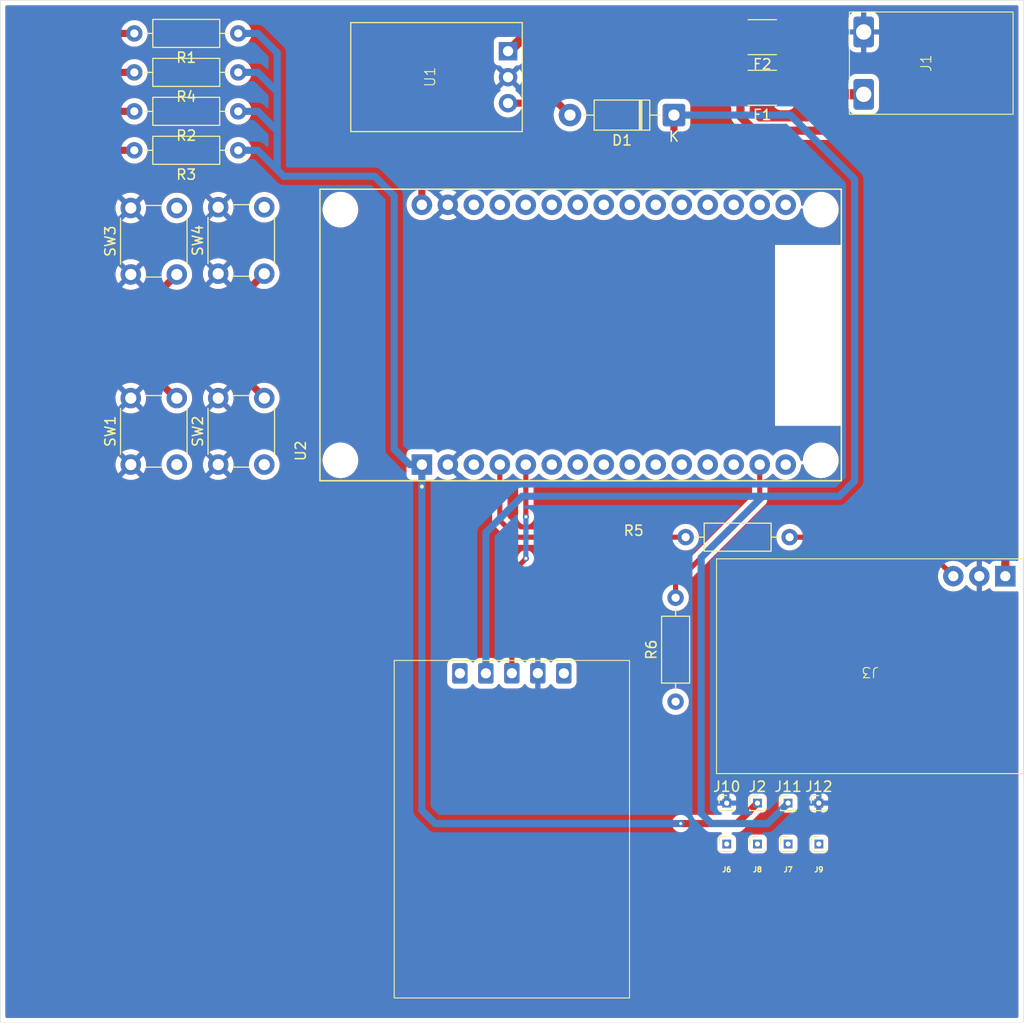
<source format=kicad_pcb>
(kicad_pcb (version 20241229) (generator "pcbnew") (generator_version "9.0")
  (layers (0 "F.Cu" signal) (2 "B.Cu" signal) (13 "F.Paste" user) (15 "B.Paste" user) (5 "F.SilkS" user "F.Silkscreen") (7 "B.SilkS" user "B.Silkscreen") (1 "F.Mask" user) (3 "B.Mask" user) (25 "Edge.Cuts" user))
  (net 0 "")
  (net 1 "GND")
  (net 2 "Net-(J7-Pin_1)")
  (net 3 "Net-(J8-Pin_1)")
  (net 4 "/5V")
  (net 5 "Net-(U2-D22)")
  (net 22 "/9V")
  (net 23 "/3V3")
  (net 24 "/SHDN")
  (net 25 "Net-(J9-Pin_1)")
  (net 26 "Net-(J6-Pin_1)")
  (net 28 "Net-(J13-Pin_3)")
  (footprint "Connector_PinHeader_1.00mm:PinHeader_1x01_P1.00mm_Vertical" (layer "F.Cu") (at 258 117.5)
    (property "Reference" "J9" (at 0 2.5 0) (layer "F.SilkS") (effects (font (size 0.5 0.5) (thickness 0.125))))
    (property "Value" "STRL")
    (fp_line (start -0.745 -0.735) (end 0 -0.735) (stroke (width 0.12)) (layer "F.SilkS"))
    (fp_line (start -0.745 0) (end -0.745 -0.735) (stroke (width 0.12)) (layer "F.SilkS"))
    (fp_line (start -0.745 0.735) (end -0.745 0.61) (stroke (width 0.12)) (layer "F.SilkS"))
    (fp_line (start -0.745 0.735) (end -0.685565 0.735) (stroke (width 0.12)) (layer "F.SilkS"))
    (fp_line (start -0.745 0.735) (end 0.745 0.735) (stroke (width 0.12)) (layer "F.SilkS"))
    (fp_line (start 0.685565 0.735) (end 0.745 0.735) (stroke (width 0.12)) (layer "F.SilkS"))
    (fp_line (start 0.745 0.735) (end 0.745 0.61) (stroke (width 0.12)) (layer "F.SilkS"))
    (pad "1" thru_hole rect (at 0 0) (size 0.85 0.85) (drill 0.5) (layers "*.Cu" "*.Mask") (net 25 "Net-(J9-Pin_1)"))
  )
  (footprint "Resistor_THT:R_Axial_DIN0207_L6.3mm_D2.5mm_P10.16mm_Horizontal" (layer "F.Cu") (at 244 103.58 90)
    (property "Reference" "R6" (at 5.08 -2.37 90) (layer "F.SilkS"))
    (property "Value" "4.7k")
    (fp_line (start 9.12 0) (end 8.35 0) (stroke (width 0.12)) (layer "F.SilkS"))
    (fp_line (start 1.04 0) (end 1.81 0) (stroke (width 0.12)) (layer "F.SilkS"))
    (fp_rect (start 1.81 -1.37) (end 8.35 1.37) (stroke (width 0.12)) (fill no) (layer "F.SilkS"))
    (pad "1" thru_hole circle (at 0 0 90) (size 1.6 1.6) (drill 0.8) (layers "*.Cu" "*.Mask") (net 26 "Net-(J6-Pin_1)"))
    (pad "2" thru_hole circle (at 10.16 0 90) (size 1.6 1.6) (drill 0.8) (layers "*.Cu" "*.Mask") (net 5 "Net-(U2-D22)"))
  )
  (footprint "Button_Switch_THT:SW_PUSH_6mm_H4.3mm" (layer "F.Cu") (at 199.305 80.4025 90)
    (property "Reference" "SW2" (at 3.25 -2 90) (layer "F.SilkS"))
    (property "Value" "SWITCH")
    (fp_line (start 5.5 -1) (end 1 -1) (stroke (width 0.12)) (layer "F.SilkS"))
    (fp_line (start -0.25 1.5) (end -0.25 3) (stroke (width 0.12)) (layer "F.SilkS"))
    (fp_line (start 6.75 3) (end 6.75 1.5) (stroke (width 0.12)) (layer "F.SilkS"))
    (fp_line (start 1 5.5) (end 5.5 5.5) (stroke (width 0.12)) (layer "F.SilkS"))
    (pad "1" thru_hole circle (at 0 0 180) (size 2 2) (drill 1.1) (layers "*.Cu" "*.Mask") (net 1 "GND"))
    (pad "1" thru_hole circle (at 6.5 0 180) (size 2 2) (drill 1.1) (layers "*.Cu" "*.Mask") (net 1 "GND"))
    (pad "2" thru_hole circle (at 0 4.5 180) (size 2 2) (drill 1.1) (layers "*.Cu" "*.Mask") (net 23 "/3V3"))
    (pad "2" thru_hole circle (at 6.5 4.5 180) (size 2 2) (drill 1.1) (layers "*.Cu" "*.Mask") (net 23 "/3V3"))
  )
  (footprint "Resistor_THT:R_Axial_DIN0207_L6.3mm_D2.5mm_P10.16mm_Horizontal" (layer "F.Cu") (at 201.26 49.6725 180)
    (property "Reference" "R3" (at 5.08 -2.37 0) (layer "F.SilkS"))
    (property "Value" "10k")
    (fp_line (start 9.12 0) (end 8.35 0) (stroke (width 0.12)) (layer "F.SilkS"))
    (fp_line (start 1.04 0) (end 1.81 0) (stroke (width 0.12)) (layer "F.SilkS"))
    (fp_rect (start 1.81 -1.37) (end 8.35 1.37) (stroke (width 0.12)) (fill no) (layer "F.SilkS"))
    (pad "1" thru_hole circle (at 0 0 180) (size 1.6 1.6) (drill 0.8) (layers "*.Cu" "*.Mask") (net 23 "/3V3"))
    (pad "2" thru_hole circle (at 10.16 0 180) (size 1.6 1.6) (drill 0.8) (layers "*.Cu" "*.Mask") (net 23 "/3V3"))
  )
  (footprint "Connector_PinHeader_1.00mm:PinHeader_1x01_P1.00mm_Vertical" (layer "F.Cu") (at 255 117.5)
    (property "Reference" "J7" (at 0 2.5 0) (layer "F.SilkS") (effects (font (size 0.5 0.5) (thickness 0.125))))
    (property "Value" "DATA")
    (fp_line (start -0.745 -0.735) (end 0 -0.735) (stroke (width 0.12)) (layer "F.SilkS"))
    (fp_line (start -0.745 0) (end -0.745 -0.735) (stroke (width 0.12)) (layer "F.SilkS"))
    (fp_line (start -0.745 0.735) (end -0.745 0.61) (stroke (width 0.12)) (layer "F.SilkS"))
    (fp_line (start -0.745 0.735) (end -0.685565 0.735) (stroke (width 0.12)) (layer "F.SilkS"))
    (fp_line (start -0.745 0.735) (end 0.745 0.735) (stroke (width 0.12)) (layer "F.SilkS"))
    (fp_line (start 0.685565 0.735) (end 0.745 0.735) (stroke (width 0.12)) (layer "F.SilkS"))
    (fp_line (start 0.745 0.735) (end 0.745 0.61) (stroke (width 0.12)) (layer "F.SilkS"))
    (pad "1" thru_hole rect (at 0 0) (size 0.85 0.85) (drill 0.5) (layers "*.Cu" "*.Mask") (net 2 "Net-(J7-Pin_1)"))
  )
  (footprint "Button_Switch_THT:SW_PUSH_6mm_H4.3mm" (layer "F.Cu") (at 190.755 80.4025 90)
    (property "Reference" "SW1" (at 3.25 -2 90) (layer "F.SilkS"))
    (property "Value" "RESET")
    (fp_line (start 5.5 -1) (end 1 -1) (stroke (width 0.12)) (layer "F.SilkS"))
    (fp_line (start -0.25 1.5) (end -0.25 3) (stroke (width 0.12)) (layer "F.SilkS"))
    (fp_line (start 6.75 3) (end 6.75 1.5) (stroke (width 0.12)) (layer "F.SilkS"))
    (fp_line (start 1 5.5) (end 5.5 5.5) (stroke (width 0.12)) (layer "F.SilkS"))
    (pad "1" thru_hole circle (at 0 0 180) (size 2 2) (drill 1.1) (layers "*.Cu" "*.Mask") (net 1 "GND"))
    (pad "1" thru_hole circle (at 6.5 0 180) (size 2 2) (drill 1.1) (layers "*.Cu" "*.Mask") (net 1 "GND"))
    (pad "2" thru_hole circle (at 0 4.5 180) (size 2 2) (drill 1.1) (layers "*.Cu" "*.Mask") (net 23 "/3V3"))
    (pad "2" thru_hole circle (at 6.5 4.5 180) (size 2 2) (drill 1.1) (layers "*.Cu" "*.Mask") (net 23 "/3V3"))
  )
  (footprint "LOGIC-74HC595N_DIP16_:MAX1771" (layer "F.Cu") (at 263.017 100.203 180)
    (property "Reference" "J3" (at 0 -0.5 180) (layer "F.SilkS") (effects (font (thickness 0.1))))
    (property "Value" "MAX1771 module")
    (fp_rect (start -14.986 -10.414) (end 15.014 10.586) (stroke (width 0.1)) (fill no) (layer "F.SilkS"))
    (pad "GND" thru_hole roundrect (at -10.668 8.89 270) (size 2 2) (drill 1) (layers "*.Cu" "*.Mask") (roundrect_rratio 0.5) (net 1 "GND"))
    (pad "SHDN" thru_hole roundrect (at -8.128 8.89 270) (size 2 2) (drill 1) (layers "*.Cu" "*.Mask") (roundrect_rratio 0.5) (net 24 "/SHDN"))
    (pad "VIN" thru_hole rect (at -13.208 8.89 270) (size 2 2) (drill 1) (layers "*.Cu" "*.Mask") (net 22 "/9V"))
  )
  (footprint "Diode_THT:D_DO-41_SOD81_P10.16mm_Horizontal" (layer "F.Cu") (at 243.84 46.228 180)
    (property "Reference" "D1" (at 5.08 -2.47 0) (layer "F.SilkS"))
    (property "Value" "1N5817")
    (fp_line (start 8.82 0) (end 7.8 0) (stroke (width 0.12)) (layer "F.SilkS"))
    (fp_line (start 3.38 -1.47) (end 3.38 1.47) (stroke (width 0.12)) (layer "F.SilkS"))
    (fp_line (start 3.26 -1.47) (end 3.26 1.47) (stroke (width 0.12)) (layer "F.SilkS"))
    (fp_line (start 3.14 -1.47) (end 3.14 1.47) (stroke (width 0.12)) (layer "F.SilkS"))
    (fp_line (start 1.34 0) (end 2.36 0) (stroke (width 0.12)) (layer "F.SilkS"))
    (fp_rect (start 2.36 -1.47) (end 7.8 1.47) (stroke (width 0.12)) (fill no) (layer "F.SilkS"))
    (fp_text user "K" (at 0 -2.1 0) (layer "F.SilkS"))
    (pad "1" thru_hole roundrect (at 0 0 180) (size 2.2 2.2) (drill 1.1) (layers "*.Cu" "*.Mask") (roundrect_rratio 0.113636) (net 4 "/5V"))
    (pad "2" thru_hole circle (at 10.16 0 180) (size 2.2 2.2) (drill 1.1) (layers "*.Cu" "*.Mask") (net 4 "/5V"))
  )
  (footprint "Connector_PinHeader_1.00mm:PinHeader_1x01_P1.00mm_Vertical" (layer "F.Cu") (at 252 117.5)
    (property "Reference" "J8" (at 0 2.5 0) (layer "F.SilkS") (effects (font (size 0.5 0.5) (thickness 0.125))))
    (property "Value" "LATCH")
    (fp_line (start -0.745 -0.735) (end 0 -0.735) (stroke (width 0.12)) (layer "F.SilkS"))
    (fp_line (start -0.745 0) (end -0.745 -0.735) (stroke (width 0.12)) (layer "F.SilkS"))
    (fp_line (start -0.745 0.735) (end -0.745 0.61) (stroke (width 0.12)) (layer "F.SilkS"))
    (fp_line (start -0.745 0.735) (end -0.685565 0.735) (stroke (width 0.12)) (layer "F.SilkS"))
    (fp_line (start -0.745 0.735) (end 0.745 0.735) (stroke (width 0.12)) (layer "F.SilkS"))
    (fp_line (start 0.685565 0.735) (end 0.745 0.735) (stroke (width 0.12)) (layer "F.SilkS"))
    (fp_line (start 0.745 0.735) (end 0.745 0.61) (stroke (width 0.12)) (layer "F.SilkS"))
    (pad "1" thru_hole rect (at 0 0) (size 0.85 0.85) (drill 0.5) (layers "*.Cu" "*.Mask") (net 3 "Net-(J8-Pin_1)"))
  )
  (footprint "Fuse:Fuse_1812_4532Metric" (layer "F.Cu") (at 252.476 43.558 180)
    (property "Reference" "F1" (at 0 -2.65 0) (layer "F.SilkS"))
    (property "Value" "Fuse")
    (fp_line (start -1.386252 1.71) (end 1.386252 1.71) (stroke (width 0.12)) (layer "F.SilkS"))
    (fp_line (start -1.386252 -1.71) (end 1.386252 -1.71) (stroke (width 0.12)) (layer "F.SilkS"))
    (pad "1" smd roundrect (at -2.1375 0 180) (size 1.125 3.4) (layers "F.Cu" "F.Mask" "F.Paste") (roundrect_rratio 0.222222) (net 22 "/9V"))
    (pad "2" smd roundrect (at 2.1375 0 180) (size 1.125 3.4) (layers "F.Cu" "F.Mask" "F.Paste") (roundrect_rratio 0.222222) (net 22 "/9V"))
  )
  (footprint "Connector_PinHeader_1.00mm:PinHeader_1x01_P1.00mm_Vertical" (layer "F.Cu") (at 258 113.5)
    (property "Reference" "J12" (at 0 -1.61 0) (layer "F.SilkS"))
    (property "Value" "GND")
    (fp_line (start -0.745 -0.735) (end 0 -0.735) (stroke (width 0.12)) (layer "F.SilkS"))
    (fp_line (start -0.745 0) (end -0.745 -0.735) (stroke (width 0.12)) (layer "F.SilkS"))
    (fp_line (start -0.745 0.735) (end -0.745 0.61) (stroke (width 0.12)) (layer "F.SilkS"))
    (fp_line (start -0.745 0.735) (end -0.685565 0.735) (stroke (width 0.12)) (layer "F.SilkS"))
    (fp_line (start -0.745 0.735) (end 0.745 0.735) (stroke (width 0.12)) (layer "F.SilkS"))
    (fp_line (start 0.685565 0.735) (end 0.745 0.735) (stroke (width 0.12)) (layer "F.SilkS"))
    (fp_line (start 0.745 0.735) (end 0.745 0.61) (stroke (width 0.12)) (layer "F.SilkS"))
    (pad "1" thru_hole rect (at 0 0) (size 0.85 0.85) (drill 0.5) (layers "*.Cu" "*.Mask") (net 1 "GND"))
  )
  (footprint "Fuse:Fuse_1812_4532Metric" (layer "F.Cu") (at 252.476 38.608 180)
    (property "Reference" "F2" (at 0 -2.65 0) (layer "F.SilkS"))
    (property "Value" "Fuse")
    (fp_line (start -1.386252 1.71) (end 1.386252 1.71) (stroke (width 0.12)) (layer "F.SilkS"))
    (fp_line (start -1.386252 -1.71) (end 1.386252 -1.71) (stroke (width 0.12)) (layer "F.SilkS"))
    (pad "1" smd roundrect (at -2.1375 0 180) (size 1.125 3.4) (layers "F.Cu" "F.Mask" "F.Paste") (roundrect_rratio 0.222222) (net 22 "/9V"))
    (pad "2" smd roundrect (at 2.1375 0 180) (size 1.125 3.4) (layers "F.Cu" "F.Mask" "F.Paste") (roundrect_rratio 0.222222) (net 22 "/9V"))
  )
  (footprint "LOGIC-74HC595N_DIP16_:Untitled" (layer "F.Cu") (at 228 116.0526)
    (property "Reference" "J13" (hide yes))
    (property "Value" "RCWL-0516" (hide yes))
    (fp_rect (start -11.5 -16.5) (end 11.5 16.5) (stroke (width 0.1)) (fill no) (layer "F.SilkS"))
    (pad "3V3" thru_hole roundrect (at 5.08 -15.24 90) (size 2 1.5) (drill 1) (layers "*.Cu" "*.Mask") (roundrect_rratio 0.15))
    (pad "CDS" thru_hole roundrect (at -5.08 -15.24 90) (size 2 1.5) (drill 1) (layers "*.Cu" "*.Mask") (roundrect_rratio 0.15))
    (pad "GND" thru_hole roundrect (at 2.54 -15.254 90) (size 2 1.5) (drill 1) (layers "*.Cu" "*.Mask") (roundrect_rratio 0.15) (net 1 "GND"))
    (pad "OUT" thru_hole roundrect (at 0 -15.254 90) (size 2 1.5) (drill 1) (layers "*.Cu" "*.Mask") (roundrect_rratio 0.15) (net 28 "Net-(J13-Pin_3)"))
    (pad "VIN" thru_hole roundrect (at -2.54 -15.24 90) (size 2 1.5) (drill 1) (layers "*.Cu" "*.Mask") (roundrect_rratio 0.15) (net 4 "/5V"))
  )
  (footprint "Resistor_THT:R_Axial_DIN0207_L6.3mm_D2.5mm_P10.16mm_Horizontal" (layer "F.Cu") (at 201.26 38.2425 180)
    (property "Reference" "R1" (at 5.08 -2.37 0) (layer "F.SilkS"))
    (property "Value" "10k")
    (fp_line (start 9.12 0) (end 8.35 0) (stroke (width 0.12)) (layer "F.SilkS"))
    (fp_line (start 1.04 0) (end 1.81 0) (stroke (width 0.12)) (layer "F.SilkS"))
    (fp_rect (start 1.81 -1.37) (end 8.35 1.37) (stroke (width 0.12)) (fill no) (layer "F.SilkS"))
    (pad "1" thru_hole circle (at 0 0 180) (size 1.6 1.6) (drill 0.8) (layers "*.Cu" "*.Mask") (net 23 "/3V3"))
    (pad "2" thru_hole circle (at 10.16 0 180) (size 1.6 1.6) (drill 0.8) (layers "*.Cu" "*.Mask") (net 23 "/3V3"))
  )
  (footprint "Connector_PinHeader_1.00mm:PinHeader_1x01_P1.00mm_Vertical" (layer "F.Cu") (at 252 113.5)
    (property "Reference" "J2" (at 0 -1.61 0) (layer "F.SilkS"))
    (property "Value" "3V3")
    (fp_line (start -0.745 -0.735) (end 0 -0.735) (stroke (width 0.12)) (layer "F.SilkS"))
    (fp_line (start -0.745 0) (end -0.745 -0.735) (stroke (width 0.12)) (layer "F.SilkS"))
    (fp_line (start -0.745 0.735) (end -0.745 0.61) (stroke (width 0.12)) (layer "F.SilkS"))
    (fp_line (start -0.745 0.735) (end -0.685565 0.735) (stroke (width 0.12)) (layer "F.SilkS"))
    (fp_line (start -0.745 0.735) (end 0.745 0.735) (stroke (width 0.12)) (layer "F.SilkS"))
    (fp_line (start 0.685565 0.735) (end 0.745 0.735) (stroke (width 0.12)) (layer "F.SilkS"))
    (fp_line (start 0.745 0.735) (end 0.745 0.61) (stroke (width 0.12)) (layer "F.SilkS"))
    (pad "1" thru_hole rect (at 0 0) (size 0.85 0.85) (drill 0.5) (layers "*.Cu" "*.Mask") (net 23 "/3V3"))
  )
  (footprint "LOGIC-74HC595N_DIP16_:Untitled_3" (layer "F.Cu") (at 220.5 42.5 90)
    (property "Reference" "U1" (at 0 -0.5 90) (layer "F.SilkS") (effects (font (thickness 0.1))))
    (property "Value" "DD4012SA")
    (fp_line (start 5.319 -8.244) (end -5.331 -8.244) (stroke (width 0.12)) (layer "F.SilkS"))
    (fp_line (start -5.341 -8.244) (end -5.341 8.516) (stroke (width 0.12)) (layer "F.SilkS"))
    (fp_line (start 5.319 8.516) (end 5.319 -8.244) (stroke (width 0.12)) (layer "F.SilkS"))
    (fp_line (start -5.341 8.516) (end 5.319 8.516) (stroke (width 0.12)) (layer "F.SilkS"))
    (pad "1" thru_hole rect (at 2.519 7.126 90) (size 1.8 1.8) (drill 1) (layers "*.Cu" "*.Mask") (net 22 "/9V"))
    (pad "2" thru_hole circle (at -0.021 7.126 90) (size 1.8 1.8) (drill 1) (layers "*.Cu" "*.Mask") (net 1 "GND"))
    (pad "3" thru_hole circle (at -2.561 7.126 90) (size 1.8 1.8) (drill 1) (layers "*.Cu" "*.Mask") (net 4 "/5V"))
  )
  (footprint "LOGIC-74HC595N_DIP16_:MODULE_ESP32_DEVKIT_V1" (layer "F.Cu") (at 234.72 67.7025 90)
    (property "Reference" "U2" (at -11.355 -27.36 90) (layer "F.SilkS"))
    (property "Value" "~")
    (fp_line (start 14.23 -25.475) (end 14.23 25.475) (stroke (width 0.127)) (layer "F.SilkS"))
    (fp_line (start 14.23 -25.475) (end 14.23 25.475) (stroke (width 0.127)) (layer "F.SilkS"))
    (fp_line (start 3.5 -25.475) (end 14.23 -25.475) (stroke (width 0.127)) (layer "F.SilkS"))
    (fp_line (start -3.211 -25.475) (end 3.5 -25.475) (stroke (width 0.127)) (layer "F.SilkS"))
    (fp_line (start -14.28 -25.475) (end 14.23 -25.475) (stroke (width 0.127)) (layer "F.SilkS"))
    (fp_line (start -14.28 -25.475) (end -3.211 -25.475) (stroke (width 0.127)) (layer "F.SilkS"))
    (fp_line (start 14.23 25.475) (end -14.28 25.475) (stroke (width 0.127)) (layer "F.SilkS"))
    (fp_line (start 8.78 25.475) (end 14.23 25.475) (stroke (width 0.127)) (layer "F.SilkS"))
    (fp_line (start -8.91 25.475) (end 8.78 25.475) (stroke (width 0.127)) (layer "F.SilkS"))
    (fp_line (start -14.28 25.475) (end -14.28 -25.475) (stroke (width 0.127)) (layer "F.SilkS"))
    (fp_line (start -14.28 25.475) (end -14.28 -25.475) (stroke (width 0.127)) (layer "F.SilkS"))
    (fp_line (start -14.28 25.475) (end -8.91 25.475) (stroke (width 0.127)) (layer "F.SilkS"))
    (fp_circle (center -14.85 -15.515) (end -14.75 -15.515) (stroke (width 0.2)) (fill no) (layer "F.SilkS"))
    (pad "" np_thru_hole circle (at -12.28 -23.475 90) (size 3 3) (drill 3) (layers "*.Cu" "*.Mask"))
    (pad "" np_thru_hole circle (at -12.28 23.475 90) (size 3 3) (drill 3) (layers "*.Cu" "*.Mask"))
    (pad "" np_thru_hole circle (at 12.23 -23.475 90) (size 3 3) (drill 3) (layers "*.Cu" "*.Mask"))
    (pad "" np_thru_hole circle (at 12.23 23.475 90) (size 3 3) (drill 3) (layers "*.Cu" "*.Mask"))
    (pad "1" thru_hole rect (at -12.7 -15.515 90) (size 2 2) (drill 1.02) (layers "*.Cu" "*.Mask") (net 23 "/3V3"))
    (pad "2" thru_hole circle (at -12.7 -12.975 90) (size 2 2) (drill 1.02) (layers "*.Cu" "*.Mask") (net 1 "GND"))
    (pad "3" thru_hole circle (at -12.7 -10.435 90) (size 2 2) (drill 1.02) (layers "*.Cu" "*.Mask"))
    (pad "4" thru_hole circle (at -12.7 -7.895 90) (size 2 2) (drill 1.02) (layers "*.Cu" "*.Mask") (net 24 "/SHDN"))
    (pad "5" thru_hole circle (at -12.7 -5.355 90) (size 2 2) (drill 1.02) (layers "*.Cu" "*.Mask") (net 28 "Net-(J13-Pin_3)"))
    (pad "6" thru_hole circle (at -12.7 -2.815 90) (size 2 2) (drill 1.02) (layers "*.Cu" "*.Mask"))
    (pad "7" thru_hole circle (at -12.7 -0.275 90) (size 2 2) (drill 1.02) (layers "*.Cu" "*.Mask"))
    (pad "8" thru_hole circle (at -12.7 2.265 90) (size 2 2) (drill 1.02) (layers "*.Cu" "*.Mask"))
    (pad "9" thru_hole circle (at -12.7 4.805 90) (size 2 2) (drill 1.02) (layers "*.Cu" "*.Mask"))
    (pad "10" thru_hole circle (at -12.7 7.345 90) (size 2 2) (drill 1.02) (layers "*.Cu" "*.Mask"))
    (pad "11" thru_hole circle (at -12.7 9.885 90) (size 2 2) (drill 1.02) (layers "*.Cu" "*.Mask"))
    (pad "12" thru_hole circle (at -12.7 12.425 90) (size 2 2) (drill 1.02) (layers "*.Cu" "*.Mask"))
    (pad "13" thru_hole circle (at -12.7 14.965 90) (size 2 2) (drill 1.02) (layers "*.Cu" "*.Mask"))
    (pad "14" thru_hole circle (at -12.7 17.505 90) (size 2 2) (drill 1.02) (layers "*.Cu" "*.Mask") (net 5 "Net-(U2-D22)"))
    (pad "15" thru_hole circle (at -12.7 20.045 90) (size 2 2) (drill 1.02) (layers "*.Cu" "*.Mask") (net 2 "Net-(J7-Pin_1)"))
    (pad "16" thru_hole circle (at 12.7 20.045 90) (size 2 2) (drill 1.02) (layers "*.Cu" "*.Mask") (net 23 "/3V3"))
    (pad "17" thru_hole circle (at 12.7 17.505 90) (size 2 2) (drill 1.02) (layers "*.Cu" "*.Mask"))
    (pad "18" thru_hole circle (at 12.7 14.965 90) (size 2 2) (drill 1.02) (layers "*.Cu" "*.Mask"))
    (pad "19" thru_hole circle (at 12.7 12.425 90) (size 2 2) (drill 1.02) (layers "*.Cu" "*.Mask"))
    (pad "20" thru_hole circle (at 12.7 9.885 90) (size 2 2) (drill 1.02) (layers "*.Cu" "*.Mask"))
    (pad "21" thru_hole circle (at 12.7 7.345 90) (size 2 2) (drill 1.02) (layers "*.Cu" "*.Mask") (net 23 "/3V3"))
    (pad "22" thru_hole circle (at 12.7 4.805 90) (size 2 2) (drill 1.02) (layers "*.Cu" "*.Mask") (net 23 "/3V3"))
    (pad "23" thru_hole circle (at 12.7 2.265 90) (size 2 2) (drill 1.02) (layers "*.Cu" "*.Mask") (net 3 "Net-(J8-Pin_1)"))
    (pad "24" thru_hole circle (at 12.7 -0.275 90) (size 2 2) (drill 1.02) (layers "*.Cu" "*.Mask") (net 25 "Net-(J9-Pin_1)"))
    (pad "25" thru_hole circle (at 12.7 -2.815 90) (size 2 2) (drill 1.02) (layers "*.Cu" "*.Mask") (net 23 "/3V3"))
    (pad "26" thru_hole circle (at 12.7 -5.355 90) (size 2 2) (drill 1.02) (layers "*.Cu" "*.Mask"))
    (pad "27" thru_hole circle (at 12.7 -7.895 90) (size 2 2) (drill 1.02) (layers "*.Cu" "*.Mask"))
    (pad "28" thru_hole circle (at 12.7 -10.435 90) (size 2 2) (drill 1.02) (layers "*.Cu" "*.Mask"))
    (pad "29" thru_hole circle (at 12.7 -12.975 90) (size 2 2) (drill 1.02) (layers "*.Cu" "*.Mask") (net 1 "GND"))
    (pad "30" thru_hole circle (at 12.7 -15.515 90) (size 2 2) (drill 1.02) (layers "*.Cu" "*.Mask") (net 4 "/5V"))
    (zone (net 0) (net_name "") (layer "F.Cu") (connect_pads (clearance 0)) (min_thickness 0.01)
      (keepout (tracks not_allowed) (vias not_allowed) (pads not_allowed) (copperpour not_allowed) (footprints allowed))
      (fill (thermal_gap 0.508) (thermal_bridge_width 0.508))
      (polygon (pts (xy 253.705 76.6125) (xy 253.705 58.9225) (xy 260.195 58.9225) (xy 260.195 76.6125)))
    )
    (zone (net 0) (net_name "") (layer "B.Cu") (connect_pads (clearance 0)) (min_thickness 0.01)
      (keepout (tracks not_allowed) (vias not_allowed) (pads not_allowed) (copperpour not_allowed) (footprints allowed))
      (fill (thermal_gap 0.508) (thermal_bridge_width 0.508))
      (polygon (pts (xy 253.705 76.6125) (xy 253.705 58.9225) (xy 260.195 58.9225) (xy 260.195 76.6125)))
    )
  )
  (footprint "Resistor_THT:R_Axial_DIN0207_L6.3mm_D2.5mm_P10.16mm_Horizontal" (layer "F.Cu") (at 201.26 42.0525 180)
    (property "Reference" "R4" (at 5.08 -2.37 0) (layer "F.SilkS"))
    (property "Value" "10k")
    (fp_line (start 9.12 0) (end 8.35 0) (stroke (width 0.12)) (layer "F.SilkS"))
    (fp_line (start 1.04 0) (end 1.81 0) (stroke (width 0.12)) (layer "F.SilkS"))
    (fp_rect (start 1.81 -1.37) (end 8.35 1.37) (stroke (width 0.12)) (fill no) (layer "F.SilkS"))
    (pad "1" thru_hole circle (at 0 0 180) (size 1.6 1.6) (drill 0.8) (layers "*.Cu" "*.Mask") (net 23 "/3V3"))
    (pad "2" thru_hole circle (at 10.16 0 180) (size 1.6 1.6) (drill 0.8) (layers "*.Cu" "*.Mask") (net 23 "/3V3"))
  )
  (footprint "Resistor_THT:R_Axial_DIN0207_L6.3mm_D2.5mm_P10.16mm_Horizontal" (layer "F.Cu") (at 201.26 45.8625 180)
    (property "Reference" "R2" (at 5.08 -2.37 0) (layer "F.SilkS"))
    (property "Value" "10k")
    (fp_line (start 9.12 0) (end 8.35 0) (stroke (width 0.12)) (layer "F.SilkS"))
    (fp_line (start 1.04 0) (end 1.81 0) (stroke (width 0.12)) (layer "F.SilkS"))
    (fp_rect (start 1.81 -1.37) (end 8.35 1.37) (stroke (width 0.12)) (fill no) (layer "F.SilkS"))
    (pad "1" thru_hole circle (at 0 0 180) (size 1.6 1.6) (drill 0.8) (layers "*.Cu" "*.Mask") (net 23 "/3V3"))
    (pad "2" thru_hole circle (at 10.16 0 180) (size 1.6 1.6) (drill 0.8) (layers "*.Cu" "*.Mask") (net 23 "/3V3"))
  )
  (footprint "Connector_PinHeader_1.00mm:PinHeader_1x01_P1.00mm_Vertical" (layer "F.Cu") (at 249 117.5)
    (property "Reference" "J6" (at 0 2.5 0) (layer "F.SilkS") (effects (font (size 0.5 0.5) (thickness 0.125))))
    (property "Value" "Output")
    (fp_line (start -0.745 -0.735) (end 0 -0.735) (stroke (width 0.12)) (layer "F.SilkS"))
    (fp_line (start -0.745 0) (end -0.745 -0.735) (stroke (width 0.12)) (layer "F.SilkS"))
    (fp_line (start -0.745 0.735) (end -0.745 0.61) (stroke (width 0.12)) (layer "F.SilkS"))
    (fp_line (start -0.745 0.735) (end -0.685565 0.735) (stroke (width 0.12)) (layer "F.SilkS"))
    (fp_line (start -0.745 0.735) (end 0.745 0.735) (stroke (width 0.12)) (layer "F.SilkS"))
    (fp_line (start 0.685565 0.735) (end 0.745 0.735) (stroke (width 0.12)) (layer "F.SilkS"))
    (fp_line (start 0.745 0.735) (end 0.745 0.61) (stroke (width 0.12)) (layer "F.SilkS"))
    (pad "1" thru_hole rect (at 0 0) (size 0.85 0.85) (drill 0.5) (layers "*.Cu" "*.Mask") (net 26 "Net-(J6-Pin_1)"))
  )
  (footprint "Connector_PinHeader_1.00mm:PinHeader_1x01_P1.00mm_Vertical" (layer "F.Cu") (at 249 113.5)
    (property "Reference" "J10" (at 0 -1.61 0) (layer "F.SilkS"))
    (property "Value" "GND")
    (fp_line (start -0.745 -0.735) (end 0 -0.735) (stroke (width 0.12)) (layer "F.SilkS"))
    (fp_line (start -0.745 0) (end -0.745 -0.735) (stroke (width 0.12)) (layer "F.SilkS"))
    (fp_line (start -0.745 0.735) (end -0.745 0.61) (stroke (width 0.12)) (layer "F.SilkS"))
    (fp_line (start -0.745 0.735) (end -0.685565 0.735) (stroke (width 0.12)) (layer "F.SilkS"))
    (fp_line (start -0.745 0.735) (end 0.745 0.735) (stroke (width 0.12)) (layer "F.SilkS"))
    (fp_line (start 0.685565 0.735) (end 0.745 0.735) (stroke (width 0.12)) (layer "F.SilkS"))
    (fp_line (start 0.745 0.735) (end 0.745 0.61) (stroke (width 0.12)) (layer "F.SilkS"))
    (pad "1" thru_hole rect (at 0 0) (size 0.85 0.85) (drill 0.5) (layers "*.Cu" "*.Mask") (net 1 "GND"))
  )
  (footprint "Button_Switch_THT:SW_PUSH_6mm_H4.3mm" (layer "F.Cu") (at 199.3 61.7375 90)
    (property "Reference" "SW4" (at 3.25 -2 90) (layer "F.SilkS"))
    (property "Value" "START/STOP")
    (fp_line (start 5.5 -1) (end 1 -1) (stroke (width 0.12)) (layer "F.SilkS"))
    (fp_line (start -0.25 1.5) (end -0.25 3) (stroke (width 0.12)) (layer "F.SilkS"))
    (fp_line (start 6.75 3) (end 6.75 1.5) (stroke (width 0.12)) (layer "F.SilkS"))
    (fp_line (start 1 5.5) (end 5.5 5.5) (stroke (width 0.12)) (layer "F.SilkS"))
    (pad "1" thru_hole circle (at 0 0 180) (size 2 2) (drill 1.1) (layers "*.Cu" "*.Mask") (net 1 "GND"))
    (pad "1" thru_hole circle (at 6.5 0 180) (size 2 2) (drill 1.1) (layers "*.Cu" "*.Mask") (net 1 "GND"))
    (pad "2" thru_hole circle (at 0 4.5 180) (size 2 2) (drill 1.1) (layers "*.Cu" "*.Mask") (net 23 "/3V3"))
    (pad "2" thru_hole circle (at 6.5 4.5 180) (size 2 2) (drill 1.1) (layers "*.Cu" "*.Mask") (net 23 "/3V3"))
  )
  (footprint "Button_Switch_THT:SW_PUSH_6mm_H4.3mm" (layer "F.Cu") (at 190.755 61.8125 90)
    (property "Reference" "SW3" (at 3.25 -2 90) (layer "F.SilkS"))
    (property "Value" "+1")
    (fp_line (start 5.5 -1) (end 1 -1) (stroke (width 0.12)) (layer "F.SilkS"))
    (fp_line (start -0.25 1.5) (end -0.25 3) (stroke (width 0.12)) (layer "F.SilkS"))
    (fp_line (start 6.75 3) (end 6.75 1.5) (stroke (width 0.12)) (layer "F.SilkS"))
    (fp_line (start 1 5.5) (end 5.5 5.5) (stroke (width 0.12)) (layer "F.SilkS"))
    (pad "1" thru_hole circle (at 0 0 180) (size 2 2) (drill 1.1) (layers "*.Cu" "*.Mask") (net 1 "GND"))
    (pad "1" thru_hole circle (at 6.5 0 180) (size 2 2) (drill 1.1) (layers "*.Cu" "*.Mask") (net 1 "GND"))
    (pad "2" thru_hole circle (at 0 4.5 180) (size 2 2) (drill 1.1) (layers "*.Cu" "*.Mask") (net 23 "/3V3"))
    (pad "2" thru_hole circle (at 6.5 4.5 180) (size 2 2) (drill 1.1) (layers "*.Cu" "*.Mask") (net 23 "/3V3"))
  )
  (footprint "Resistor_THT:R_Axial_DIN0207_L6.3mm_D2.5mm_P10.16mm_Horizontal" (layer "F.Cu") (at 244.984272 87.497765)
    (property "Reference" "R5" (at -5.08 -0.635 180) (layer "F.SilkS"))
    (property "Value" "10k")
    (fp_line (start 1.04 0) (end 1.81 0) (stroke (width 0.12)) (layer "F.SilkS"))
    (fp_line (start 9.12 0) (end 8.35 0) (stroke (width 0.12)) (layer "F.SilkS"))
    (fp_rect (start 1.81 -1.37) (end 8.35 1.37) (stroke (width 0.12)) (fill no) (layer "F.SilkS"))
    (pad "1" thru_hole circle (at 0 0) (size 1.6 1.6) (drill 0.8) (layers "*.Cu" "*.Mask") (net 24 "/SHDN"))
    (pad "2" thru_hole circle (at 10.16 0) (size 1.6 1.6) (drill 0.8) (layers "*.Cu" "*.Mask") (net 24 "/SHDN"))
  )
  (footprint "LOGIC-74HC595N_DIP16_:PDC004-PD" (layer "F.Cu") (at 268.986 41.148 90)
    (property "Reference" "J1" (at 0 -0.5 90) (layer "F.SilkS") (effects (font (thickness 0.1))))
    (property "Value" "~")
    (fp_rect (start -5 -8) (end 5 8) (stroke (width 0.1)) (fill no) (layer "F.SilkS"))
    (pad "1" thru_hole roundrect (at -3.048 -6.604 180) (size 2 3) (drill 1.5) (layers "*.Cu" "*.Mask") (roundrect_rratio 0.15) (net 22 "/9V"))
    (pad "2" thru_hole roundrect (at 3.048 -6.604 180) (size 2 3) (drill 1.5) (layers "*.Cu" "*.Mask") (roundrect_rratio 0.15) (net 1 "GND"))
  )
  (footprint "Connector_PinHeader_1.00mm:PinHeader_1x01_P1.00mm_Vertical" (layer "F.Cu") (at 255 113.5)
    (property "Reference" "J11" (at 0 -1.61 0) (layer "F.SilkS"))
    (property "Value" "5V")
    (fp_line (start -0.745 -0.735) (end 0 -0.735) (stroke (width 0.12)) (layer "F.SilkS"))
    (fp_line (start -0.745 0) (end -0.745 -0.735) (stroke (width 0.12)) (layer "F.SilkS"))
    (fp_line (start -0.745 0.735) (end -0.745 0.61) (stroke (width 0.12)) (layer "F.SilkS"))
    (fp_line (start -0.745 0.735) (end -0.685565 0.735) (stroke (width 0.12)) (layer "F.SilkS"))
    (fp_line (start -0.745 0.735) (end 0.745 0.735) (stroke (width 0.12)) (layer "F.SilkS"))
    (fp_line (start 0.685565 0.735) (end 0.745 0.735) (stroke (width 0.12)) (layer "F.SilkS"))
    (fp_line (start 0.745 0.735) (end 0.745 0.61) (stroke (width 0.12)) (layer "F.SilkS"))
    (pad "1" thru_hole rect (at 0 0) (size 0.85 0.85) (drill 0.5) (layers "*.Cu" "*.Mask") (net 4 "/5V"))
  )
  (gr_rect (start 178 35) (end 278 135) (stroke (width 0.05)) (fill no) (layer "Edge.Cuts"))
  (segment (start 221.58 54.8375) (end 221.745 55.0025) (width 1) (layer "F.Cu") (net 1))
  (segment (start 227.626 42.521) (end 227.645 42.54) (width 1) (layer "B.Cu") (net 1))
  (segment (start 227.481 42.521) (end 227.626 42.521) (width 1) (layer "B.Cu") (net 1))
  (segment (start 243.078 48.768) (end 243.84 48.006) (width 0.7) (layer "F.Cu") (net 4))
  (segment (start 243.84 48.006) (end 243.84 46.228) (width 0.7) (layer "F.Cu") (net 4))
  (segment (start 219.205 49.781) (end 220.218 48.768) (width 0.7) (layer "F.Cu") (net 4))
  (segment (start 219.205 55.0025) (end 219.205 49.781) (width 0.7) (layer "F.Cu") (net 4))
  (segment (start 227.481 45.061) (end 227.626 45.061) (width 0.7) (layer "F.Cu") (net 4))
  (segment (start 232.513 45.061) (end 233.68 46.228) (width 0.7) (layer "F.Cu") (net 4))
  (segment (start 220.218 48.768) (end 243.078 48.768) (width 0.7) (layer "F.Cu") (net 4))
  (segment (start 227.626 45.061) (end 232.513 45.061) (width 0.7) (layer "F.Cu") (net 4))
  (segment (start 255.228 46.228) (end 261.5 52.5) (width 0.7) (layer "B.Cu") (net 4))
  (segment (start 243.84 46.228) (end 255.228 46.228) (width 0.7) (layer "B.Cu") (net 4))
  (segment (start 252.5 83.5) (end 246.5 89.5) (width 0.7) (layer "B.Cu") (net 4))
  (segment (start 246.5 114.5) (end 247.5 115.5) (width 0.7) (layer "B.Cu") (net 4))
  (segment (start 261.5 52.5) (end 261.5 82) (width 0.7) (layer "B.Cu") (net 4))
  (segment (start 247.5 115.5) (end 253 115.5) (width 0.7) (layer "B.Cu") (net 4))
  (segment (start 260 83.5) (end 229 83.5) (width 0.7) (layer "B.Cu") (net 4))
  (segment (start 225.46 87.04) (end 225.46 100.8126) (width 0.7) (layer "B.Cu") (net 4))
  (segment (start 246.5 89.5) (end 246.5 114.5) (width 0.7) (layer "B.Cu") (net 4))
  (segment (start 229 83.5) (end 225.46 87.04) (width 0.7) (layer "B.Cu") (net 4))
  (segment (start 260 83.5) (end 252.5 83.5) (width 0.7) (layer "B.Cu") (net 4))
  (segment (start 253 115.5) (end 255 113.5) (width 0.7) (layer "B.Cu") (net 4))
  (segment (start 261.5 82) (end 260 83.5) (width 0.7) (layer "B.Cu") (net 4))
  (segment (start 252.225 83.775) (end 244 92) (width 0.5) (layer "F.Cu") (net 5))
  (segment (start 252.225 80.4025) (end 252.225 83.775) (width 0.5) (layer "F.Cu") (net 5))
  (segment (start 244 92) (end 244 93.42) (width 0.5) (layer "F.Cu") (net 5))
  (segment (start 227.735 39.981) (end 229.108 38.608) (width 1) (layer "F.Cu") (net 22))
  (segment (start 254.6135 38.608) (end 260.2015 44.196) (width 1) (layer "F.Cu") (net 22))
  (segment (start 260.2015 44.196) (end 259.5635 43.558) (width 1) (layer "F.Cu") (net 22))
  (segment (start 276.225 48.895) (end 275.082 47.752) (width 0.8) (layer "F.Cu") (net 22))
  (segment (start 275.082 47.752) (end 251.714 47.752) (width 0.8) (layer "F.Cu") (net 22))
  (segment (start 260.2015 44.196) (end 262.382 44.196) (width 1) (layer "F.Cu") (net 22))
  (segment (start 251.714 47.752) (end 250.3385 46.3765) (width 0.8) (layer "F.Cu") (net 22))
  (segment (start 227.626 39.981) (end 227.735 39.981) (width 1) (layer "F.Cu") (net 22))
  (segment (start 250.3385 46.3765) (end 250.3385 43.558) (width 0.8) (layer "F.Cu") (net 22))
  (segment (start 259.5635 43.558) (end 254.6135 43.558) (width 1) (layer "F.Cu") (net 22))
  (segment (start 229.108 38.608) (end 250.3385 38.608) (width 1) (layer "F.Cu") (net 22))
  (segment (start 276.225 91.313) (end 276.225 48.895) (width 0.8) (layer "F.Cu") (net 22))
  (segment (start 250 115.5) (end 252 113.5) (width 0.7) (layer "F.Cu") (net 23))
  (segment (start 180.305 64.9125) (end 186.02 70.6275) (width 0.7) (layer "F.Cu") (net 23))
  (segment (start 198.672375 68.7225) (end 203.805 73.855125) (width 0.7) (layer "F.Cu") (net 23))
  (segment (start 191.1 45.8625) (end 188.56 45.8625) (width 0.7) (layer "F.Cu") (net 23))
  (segment (start 184.115 63.6425) (end 187.29 66.8175) (width 0.7) (layer "F.Cu") (net 23))
  (segment (start 194.91 61.7925) (end 194.965 61.7375) (width 0.7) (layer "F.Cu") (net 23))
  (segment (start 182.21 49.0375) (end 182.21 64.2775) (width 0.7) (layer "F.Cu") (net 23))
  (segment (start 184.115 50.3075) (end 184.115 63.6425) (width 0.7) (layer "F.Cu") (net 23))
  (segment (start 180.305 47.695) (end 180.305 64.9125) (width 0.7) (layer "F.Cu") (net 23))
  (segment (start 203.805 73.855125) (end 203.805 73.9025) (width 0.7) (layer "F.Cu") (net 23))
  (segment (start 187.925 49.6725) (end 186.02 51.5775) (width 0.7) (layer "F.Cu") (net 23))
  (segment (start 186.02 63.0075) (end 187.925 64.9125) (width 0.7) (layer "F.Cu") (net 23))
  (segment (start 198.72 66.8175) (end 203.8 61.7375) (width 0.7) (layer "F.Cu") (net 23))
  (segment (start 182.21 64.2775) (end 186.655 68.7225) (width 0.7) (layer "F.Cu") (net 23))
  (segment (start 186.655 68.7225) (end 198.672375 68.7225) (width 0.7) (layer "F.Cu") (net 23))
  (segment (start 195.137 73.9025) (end 195.255 73.9025) (width 0.7) (layer "F.Cu") (net 23))
  (segment (start 191.862 70.6275) (end 195.137 73.9025) (width 0.7) (layer "F.Cu") (net 23))
  (segment (start 191.1 49.6725) (end 187.925 49.6725) (width 0.7) (layer "F.Cu") (net 23))
  (segment (start 186.02 51.5775) (end 186.02 63.0075) (width 0.7) (layer "F.Cu") (net 23))
  (segment (start 187.925 64.9125) (end 192.155 64.9125) (width 0.7) (layer "F.Cu") (net 23))
  (segment (start 192.155 64.9125) (end 195.255 61.8125) (width 0.7) (layer "F.Cu") (net 23))
  (segment (start 189.195 42.0525) (end 182.21 49.0375) (width 0.7) (layer "F.Cu") (net 23))
  (segment (start 244.5 115.5) (end 250 115.5) (width 0.7) (layer "F.Cu") (net 23))
  (segment (start 191.1 42.0525) (end 189.195 42.0525) (width 0.7) (layer "F.Cu") (net 23))
  (segment (start 189.7575 38.2425) (end 180.305 47.695) (width 0.7) (layer "F.Cu") (net 23))
  (segment (start 191.1 38.2425) (end 189.7575 38.2425) (width 0.7) (layer "F.Cu") (net 23))
  (segment (start 188.56 45.8625) (end 184.115 50.3075) (width 0.7) (layer "F.Cu") (net 23))
  (segment (start 187.29 66.8175) (end 198.72 66.8175) (width 0.7) (layer "F.Cu") (net 23))
  (segment (start 186.02 70.6275) (end 191.862 70.6275) (width 0.7) (layer "F.Cu") (net 23))
  (via (at 244.5 115.5) (size 0.6) (drill 0.3) (layers "F.Cu" "B.Cu") (net 23))
  (segment (start 219.205 114.205) (end 219.205 80.4025) (width 0.7) (layer "B.Cu") (net 23))
  (segment (start 205.07 47.7675) (end 203.165 45.8625) (width 0.7) (layer "B.Cu") (net 23))
  (segment (start 205.07 47.7675) (end 205.07 44.5925) (width 0.7) (layer "B.Cu") (net 23))
  (segment (start 218.02 80.4025) (end 216.5 78.8825) (width 0.7) (layer "B.Cu") (net 23))
  (segment (start 205.07 51.5775) (end 203.165 49.6725) (width 0.7) (layer "B.Cu") (net 23))
  (segment (start 214.595 52.2125) (end 205.705 52.2125) (width 0.7) (layer "B.Cu") (net 23))
  (segment (start 220.5 115.5) (end 219.205 114.205) (width 0.7) (layer "B.Cu") (net 23))
  (segment (start 219.205 80.4025) (end 218.02 80.4025) (width 0.7) (layer "B.Cu") (net 23))
  (segment (start 205.07 43.9575) (end 203.165 42.0525) (width 0.7) (layer "B.Cu") (net 23))
  (segment (start 203.165 42.0525) (end 201.26 42.0525) (width 0.7) (layer "B.Cu") (net 23))
  (segment (start 205.07 44.5925) (end 205.07 43.9575) (width 0.7) (layer "B.Cu") (net 23))
  (segment (start 205.07 40.1475) (end 203.165 38.2425) (width 0.7) (layer "B.Cu") (net 23))
  (segment (start 205.705 52.2125) (end 205.07 51.5775) (width 0.7) (layer "B.Cu") (net 23))
  (segment (start 205.07 43.9575) (end 205.07 40.1475) (width 0.7) (layer "B.Cu") (net 23))
  (segment (start 203.165 45.8625) (end 201.26 45.8625) (width 0.7) (layer "B.Cu") (net 23))
  (segment (start 203.165 49.6725) (end 201.26 49.6725) (width 0.7) (layer "B.Cu") (net 23))
  (segment (start 216.5 78.8825) (end 216.5 54.1175) (width 0.7) (layer "B.Cu") (net 23))
  (segment (start 205.07 51.5775) (end 205.07 47.7675) (width 0.7) (layer "B.Cu") (net 23))
  (segment (start 203.165 38.2425) (end 201.26 38.2425) (width 0.7) (layer "B.Cu") (net 23))
  (segment (start 244.5 115.5) (end 220.5 115.5) (width 0.7) (layer "B.Cu") (net 23))
  (segment (start 216.5 54.1175) (end 214.595 52.2125) (width 0.7) (layer "B.Cu") (net 23))
  (segment (start 255.016 87.376) (end 255.137765 87.497765) (width 0.2) (layer "F.Cu") (net 24))
  (segment (start 271.145 91.313) (end 267.329765 87.497765) (width 0.5) (layer "F.Cu") (net 24))
  (segment (start 228.467765 87.497765) (end 244.734235 87.497765) (width 0.5) (layer "F.Cu") (net 24))
  (segment (start 226.825 80.4025) (end 226.825 85.855) (width 0.5) (layer "F.Cu") (net 24))
  (segment (start 226.825 85.855) (end 228.467765 87.497765) (width 0.5) (layer "F.Cu") (net 24))
  (segment (start 255.137765 87.497765) (end 267.329765 87.497765) (width 0.5) (layer "F.Cu") (net 24))
  (segment (start 244.734235 87.497765) (end 244.856 87.376) (width 0.5) (layer "F.Cu") (net 24))
  (segment (start 229.3716 85.508) (end 229.3716 85.254) (width 0.5) (layer "F.Cu") (net 28))
  (segment (start 229.365 85.2474) (end 229.365 80.4025) (width 0.5) (layer "F.Cu") (net 28))
  (segment (start 228 90.969) (end 228 100.7986) (width 0.5) (layer "F.Cu") (net 28))
  (segment (start 229.3716 89.5974) (end 228 90.969) (width 0.5) (layer "F.Cu") (net 28))
  (segment (start 229.3716 85.254) (end 229.365 85.2474) (width 0.5) (layer "F.Cu") (net 28))
  (segment (start 229.3716 89.572) (end 229.3716 89.5974) (width 0.5) (layer "F.Cu") (net 28))
  (via (at 229.3716 85.508) (size 0.6) (drill 0.3) (layers "F.Cu" "B.Cu") (net 28))
  (via (at 229.3716 89.572) (size 0.6) (drill 0.3) (layers "F.Cu" "B.Cu") (net 28))
  (segment (start 229.3716 86.7272) (end 229.3716 86.6002) (width 0.5) (layer "B.Cu") (net 28))
  (segment (start 229.3716 85.508) (end 229.3716 86.7272) (width 0.5) (layer "B.Cu") (net 28))
  (segment (start 229.3716 86.7272) (end 229.3716 89.572) (width 0.5) (layer "B.Cu") (net 28))
  (zone (net 1) (net_name "GND") (layer "F.Cu") (name "GND") (priority 1) (connect_pads (clearance 0.5)) (min_thickness 0.25) (fill yes (thermal_gap 0.5) (thermal_bridge_width 0.5))
    (polygon (pts (xy 178 35) (xy 278 35) (xy 278 135) (xy 178 135)))
  )
  (zone (net 1) (net_name "GND") (layer "B.Cu") (name "GND") (connect_pads (clearance 0.5)) (min_thickness 0.25) (fill yes (thermal_gap 0.5) (thermal_bridge_width 0.5))
    (polygon (pts (xy 278 35) (xy 178 35) (xy 178 135) (xy 278 135)))
  )
)
</source>
